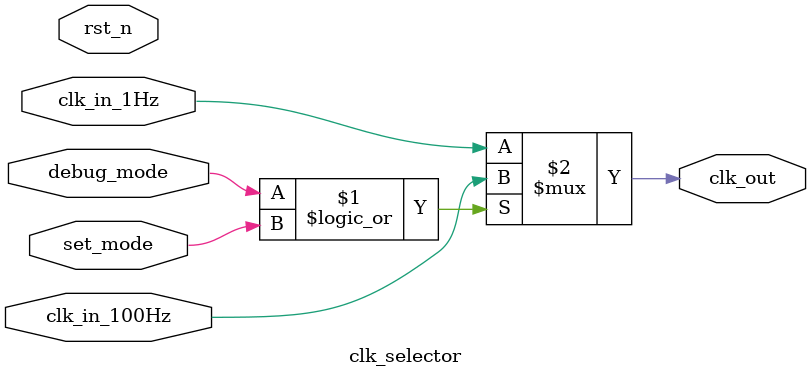
<source format=v>
module clk_selector (
    input wire clk_in_1Hz,         // 1Hz 클럭 입력
    input wire clk_in_100Hz,       // 100Hz 클럭 입력
    input wire rst_n,              // 비동기 리셋 (active low)
    input wire debug_mode,         // 디버그 모드 활성화 신호
    input wire set_mode,           // 시간 설정 모드 활성화 신호
    output wire clk_out            // 출력 클럭 (선택된 1Hz 또는 100Hz)
);

    // 클럭 선택: debug_mode 또는 set_mode가 활성화되면 100Hz, 그렇지 않으면 1Hz
    assign clk_out = (debug_mode || set_mode) ? clk_in_100Hz : clk_in_1Hz;

endmodule

</source>
